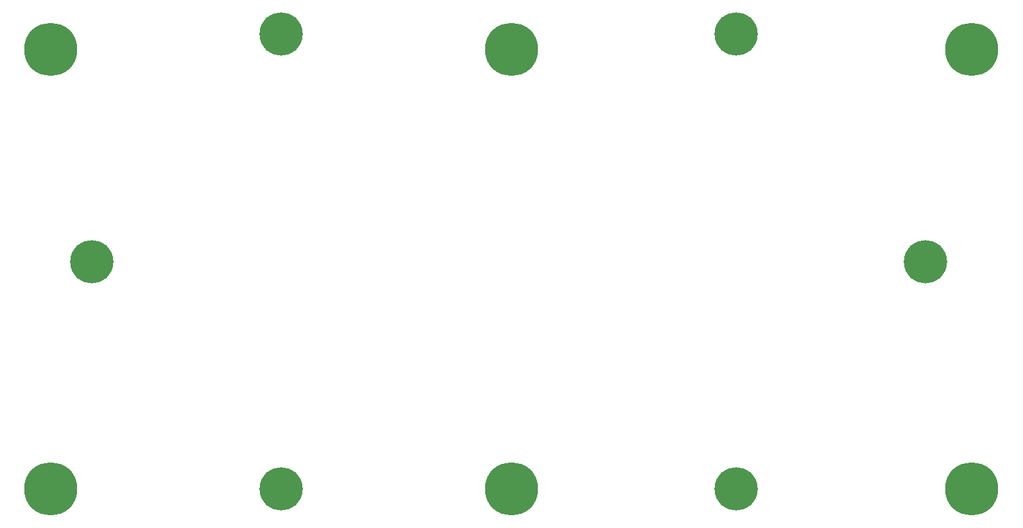
<source format=gbr>
%TF.GenerationSoftware,KiCad,Pcbnew,(6.0.9)*%
%TF.CreationDate,2022-11-23T15:21:19+02:00*%
%TF.ProjectId,case_adapter,63617365-5f61-4646-9170-7465722e6b69,rev?*%
%TF.SameCoordinates,Original*%
%TF.FileFunction,Soldermask,Top*%
%TF.FilePolarity,Negative*%
%FSLAX46Y46*%
G04 Gerber Fmt 4.6, Leading zero omitted, Abs format (unit mm)*
G04 Created by KiCad (PCBNEW (6.0.9)) date 2022-11-23 15:21:19*
%MOMM*%
%LPD*%
G01*
G04 APERTURE LIST*
%ADD10C,7.000000*%
%ADD11C,5.700000*%
%ADD12C,3.600000*%
G04 APERTURE END LIST*
D10*
%TO.C,H12*%
X135915400Y-68884800D03*
%TD*%
%TO.C,H11*%
X196697600Y-68859400D03*
%TD*%
%TO.C,H10*%
X196672200Y-126898400D03*
%TD*%
%TO.C,H9*%
X135915400Y-126873000D03*
%TD*%
%TO.C,H8*%
X75184000Y-126873000D03*
%TD*%
%TO.C,H7*%
X75184000Y-68884800D03*
%TD*%
D11*
%TO.C,H6*%
X80585200Y-96902600D03*
D12*
X80585200Y-96902600D03*
%TD*%
%TO.C,H2*%
X165585200Y-126902600D03*
D11*
X165585200Y-126902600D03*
%TD*%
D12*
%TO.C,H4*%
X165585200Y-66902600D03*
D11*
X165585200Y-66902600D03*
%TD*%
D12*
%TO.C,H5*%
X105585200Y-66902600D03*
D11*
X105585200Y-66902600D03*
%TD*%
D12*
%TO.C,H1*%
X105585200Y-126902600D03*
D11*
X105585200Y-126902600D03*
%TD*%
%TO.C,H3*%
X190585200Y-96902600D03*
D12*
X190585200Y-96902600D03*
%TD*%
M02*

</source>
